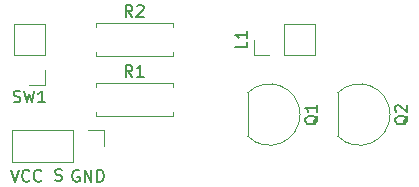
<source format=gbr>
%TF.GenerationSoftware,KiCad,Pcbnew,(6.0.4)*%
%TF.CreationDate,2022-04-19T13:08:17+02:00*%
%TF.ProjectId,Electric_holding_magnet,456c6563-7472-4696-935f-686f6c64696e,rev?*%
%TF.SameCoordinates,Original*%
%TF.FileFunction,Legend,Top*%
%TF.FilePolarity,Positive*%
%FSLAX46Y46*%
G04 Gerber Fmt 4.6, Leading zero omitted, Abs format (unit mm)*
G04 Created by KiCad (PCBNEW (6.0.4)) date 2022-04-19 13:08:17*
%MOMM*%
%LPD*%
G01*
G04 APERTURE LIST*
%ADD10C,0.150000*%
%ADD11C,0.120000*%
G04 APERTURE END LIST*
D10*
X112732719Y-102466661D02*
X113066053Y-103466661D01*
X113399386Y-102466661D01*
X114304148Y-103371423D02*
X114256529Y-103419042D01*
X114113672Y-103466661D01*
X114018433Y-103466661D01*
X113875576Y-103419042D01*
X113780338Y-103323804D01*
X113732719Y-103228566D01*
X113685100Y-103038090D01*
X113685100Y-102895233D01*
X113732719Y-102704757D01*
X113780338Y-102609519D01*
X113875576Y-102514281D01*
X114018433Y-102466661D01*
X114113672Y-102466661D01*
X114256529Y-102514281D01*
X114304148Y-102561900D01*
X115304148Y-103371423D02*
X115256529Y-103419042D01*
X115113672Y-103466661D01*
X115018433Y-103466661D01*
X114875576Y-103419042D01*
X114780338Y-103323804D01*
X114732719Y-103228566D01*
X114685100Y-103038090D01*
X114685100Y-102895233D01*
X114732719Y-102704757D01*
X114780338Y-102609519D01*
X114875576Y-102514281D01*
X115018433Y-102466661D01*
X115113672Y-102466661D01*
X115256529Y-102514281D01*
X115304148Y-102561900D01*
X118511498Y-102519485D02*
X118416260Y-102471865D01*
X118273403Y-102471865D01*
X118130545Y-102519485D01*
X118035307Y-102614723D01*
X117987688Y-102709961D01*
X117940069Y-102900437D01*
X117940069Y-103043294D01*
X117987688Y-103233770D01*
X118035307Y-103329008D01*
X118130545Y-103424246D01*
X118273403Y-103471865D01*
X118368641Y-103471865D01*
X118511498Y-103424246D01*
X118559117Y-103376627D01*
X118559117Y-103043294D01*
X118368641Y-103043294D01*
X118987688Y-103471865D02*
X118987688Y-102471865D01*
X119559117Y-103471865D01*
X119559117Y-102471865D01*
X120035307Y-103471865D02*
X120035307Y-102471865D01*
X120273403Y-102471865D01*
X120416260Y-102519485D01*
X120511498Y-102614723D01*
X120559117Y-102709961D01*
X120606736Y-102900437D01*
X120606736Y-103043294D01*
X120559117Y-103233770D01*
X120511498Y-103329008D01*
X120416260Y-103424246D01*
X120273403Y-103471865D01*
X120035307Y-103471865D01*
X116486690Y-103356651D02*
X116629547Y-103404270D01*
X116867643Y-103404270D01*
X116962881Y-103356651D01*
X117010500Y-103309032D01*
X117058119Y-103213794D01*
X117058119Y-103118556D01*
X117010500Y-103023318D01*
X116962881Y-102975699D01*
X116867643Y-102928080D01*
X116677166Y-102880461D01*
X116581928Y-102832842D01*
X116534309Y-102785223D01*
X116486690Y-102689985D01*
X116486690Y-102594747D01*
X116534309Y-102499509D01*
X116581928Y-102451890D01*
X116677166Y-102404270D01*
X116915262Y-102404270D01*
X117058119Y-102451890D01*
%TO.C,Q1*%
X138727619Y-97885238D02*
X138680000Y-97980476D01*
X138584761Y-98075714D01*
X138441904Y-98218571D01*
X138394285Y-98313809D01*
X138394285Y-98409047D01*
X138632380Y-98361428D02*
X138584761Y-98456666D01*
X138489523Y-98551904D01*
X138299047Y-98599523D01*
X137965714Y-98599523D01*
X137775238Y-98551904D01*
X137680000Y-98456666D01*
X137632380Y-98361428D01*
X137632380Y-98170952D01*
X137680000Y-98075714D01*
X137775238Y-97980476D01*
X137965714Y-97932857D01*
X138299047Y-97932857D01*
X138489523Y-97980476D01*
X138584761Y-98075714D01*
X138632380Y-98170952D01*
X138632380Y-98361428D01*
X138632380Y-96980476D02*
X138632380Y-97551904D01*
X138632380Y-97266190D02*
X137632380Y-97266190D01*
X137775238Y-97361428D01*
X137870476Y-97456666D01*
X137918095Y-97551904D01*
%TO.C,L1*%
X132742380Y-91606666D02*
X132742380Y-92082857D01*
X131742380Y-92082857D01*
X132742380Y-90749523D02*
X132742380Y-91320952D01*
X132742380Y-91035238D02*
X131742380Y-91035238D01*
X131885238Y-91130476D01*
X131980476Y-91225714D01*
X132028095Y-91320952D01*
%TO.C,SW1*%
X112966666Y-96714761D02*
X113109523Y-96762380D01*
X113347619Y-96762380D01*
X113442857Y-96714761D01*
X113490476Y-96667142D01*
X113538095Y-96571904D01*
X113538095Y-96476666D01*
X113490476Y-96381428D01*
X113442857Y-96333809D01*
X113347619Y-96286190D01*
X113157142Y-96238571D01*
X113061904Y-96190952D01*
X113014285Y-96143333D01*
X112966666Y-96048095D01*
X112966666Y-95952857D01*
X113014285Y-95857619D01*
X113061904Y-95810000D01*
X113157142Y-95762380D01*
X113395238Y-95762380D01*
X113538095Y-95810000D01*
X113871428Y-95762380D02*
X114109523Y-96762380D01*
X114300000Y-96048095D01*
X114490476Y-96762380D01*
X114728571Y-95762380D01*
X115633333Y-96762380D02*
X115061904Y-96762380D01*
X115347619Y-96762380D02*
X115347619Y-95762380D01*
X115252380Y-95905238D01*
X115157142Y-96000476D01*
X115061904Y-96048095D01*
%TO.C,R1*%
X123023333Y-94602380D02*
X122690000Y-94126190D01*
X122451904Y-94602380D02*
X122451904Y-93602380D01*
X122832857Y-93602380D01*
X122928095Y-93650000D01*
X122975714Y-93697619D01*
X123023333Y-93792857D01*
X123023333Y-93935714D01*
X122975714Y-94030952D01*
X122928095Y-94078571D01*
X122832857Y-94126190D01*
X122451904Y-94126190D01*
X123975714Y-94602380D02*
X123404285Y-94602380D01*
X123690000Y-94602380D02*
X123690000Y-93602380D01*
X123594761Y-93745238D01*
X123499523Y-93840476D01*
X123404285Y-93888095D01*
%TO.C,R2*%
X123023333Y-89522380D02*
X122690000Y-89046190D01*
X122451904Y-89522380D02*
X122451904Y-88522380D01*
X122832857Y-88522380D01*
X122928095Y-88570000D01*
X122975714Y-88617619D01*
X123023333Y-88712857D01*
X123023333Y-88855714D01*
X122975714Y-88950952D01*
X122928095Y-88998571D01*
X122832857Y-89046190D01*
X122451904Y-89046190D01*
X123404285Y-88617619D02*
X123451904Y-88570000D01*
X123547142Y-88522380D01*
X123785238Y-88522380D01*
X123880476Y-88570000D01*
X123928095Y-88617619D01*
X123975714Y-88712857D01*
X123975714Y-88808095D01*
X123928095Y-88950952D01*
X123356666Y-89522380D01*
X123975714Y-89522380D01*
%TO.C,Q2*%
X146347619Y-97885238D02*
X146300000Y-97980476D01*
X146204761Y-98075714D01*
X146061904Y-98218571D01*
X146014285Y-98313809D01*
X146014285Y-98409047D01*
X146252380Y-98361428D02*
X146204761Y-98456666D01*
X146109523Y-98551904D01*
X145919047Y-98599523D01*
X145585714Y-98599523D01*
X145395238Y-98551904D01*
X145300000Y-98456666D01*
X145252380Y-98361428D01*
X145252380Y-98170952D01*
X145300000Y-98075714D01*
X145395238Y-97980476D01*
X145585714Y-97932857D01*
X145919047Y-97932857D01*
X146109523Y-97980476D01*
X146204761Y-98075714D01*
X146252380Y-98170952D01*
X146252380Y-98361428D01*
X145347619Y-97551904D02*
X145300000Y-97504285D01*
X145252380Y-97409047D01*
X145252380Y-97170952D01*
X145300000Y-97075714D01*
X145347619Y-97028095D01*
X145442857Y-96980476D01*
X145538095Y-96980476D01*
X145680952Y-97028095D01*
X146252380Y-97599523D01*
X146252380Y-96980476D01*
D11*
%TO.C,J1*%
X120603403Y-99120892D02*
X120603403Y-100450892D01*
X118003403Y-101780892D02*
X112863403Y-101780892D01*
X118003403Y-99120892D02*
X112863403Y-99120892D01*
X119273403Y-99120892D02*
X120603403Y-99120892D01*
X112863403Y-99120892D02*
X112863403Y-101780892D01*
X118003403Y-99120892D02*
X118003403Y-101780892D01*
%TO.C,Q1*%
X132770000Y-95990000D02*
X132770000Y-99590000D01*
X132781522Y-99628478D02*
G75*
G03*
X137220000Y-97790000I1838478J1838478D01*
G01*
X137220001Y-97790000D02*
G75*
G03*
X132781522Y-95951522I-2600001J0D01*
G01*
%TO.C,L1*%
X138490000Y-92770000D02*
X138490000Y-90110000D01*
X135890000Y-92770000D02*
X138490000Y-92770000D01*
X135890000Y-90110000D02*
X138490000Y-90110000D01*
X135890000Y-92770000D02*
X135890000Y-90110000D01*
X134620000Y-92770000D02*
X133290000Y-92770000D01*
X133290000Y-92770000D02*
X133290000Y-91440000D01*
%TO.C,SW1*%
X115630000Y-93980000D02*
X115630000Y-95310000D01*
X112970000Y-92710000D02*
X112970000Y-90110000D01*
X115630000Y-92710000D02*
X112970000Y-92710000D01*
X115630000Y-95310000D02*
X114300000Y-95310000D01*
X115630000Y-90110000D02*
X112970000Y-90110000D01*
X115630000Y-92710000D02*
X115630000Y-90110000D01*
%TO.C,R1*%
X126460000Y-95150000D02*
X126460000Y-95480000D01*
X119920000Y-97890000D02*
X126460000Y-97890000D01*
X119920000Y-95480000D02*
X119920000Y-95150000D01*
X119920000Y-97560000D02*
X119920000Y-97890000D01*
X119920000Y-95150000D02*
X126460000Y-95150000D01*
X126460000Y-97890000D02*
X126460000Y-97560000D01*
%TO.C,R2*%
X119920000Y-90070000D02*
X126460000Y-90070000D01*
X119920000Y-92810000D02*
X126460000Y-92810000D01*
X119920000Y-92480000D02*
X119920000Y-92810000D01*
X126460000Y-92810000D02*
X126460000Y-92480000D01*
X119920000Y-90400000D02*
X119920000Y-90070000D01*
X126460000Y-90070000D02*
X126460000Y-90400000D01*
%TO.C,Q2*%
X140390000Y-95990000D02*
X140390000Y-99590000D01*
X144840001Y-97790000D02*
G75*
G03*
X140401522Y-95951522I-2600001J0D01*
G01*
X140401522Y-99628478D02*
G75*
G03*
X144840000Y-97790000I1838478J1838478D01*
G01*
%TD*%
M02*

</source>
